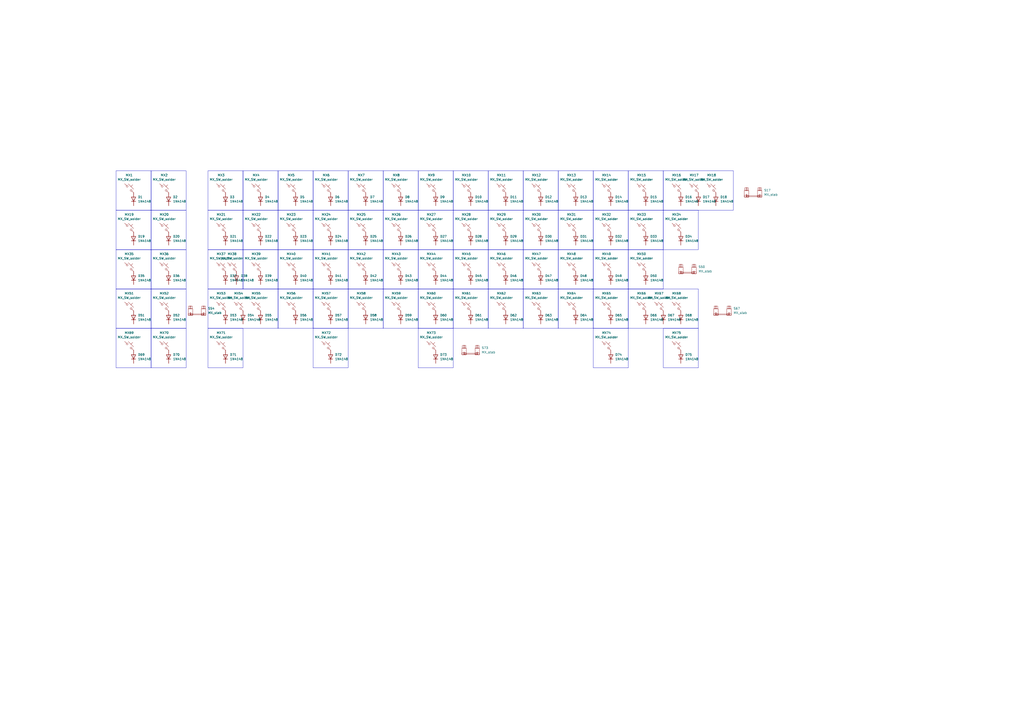
<source format=kicad_sch>
(kicad_sch (version 20250114) (generator "eeschema") (generator_version "9.0")
  (paper "A2")
  (rectangle (start 87.63 144.78) (end 107.95 167.64))
  (rectangle (start 120.65 190.5) (end 140.97 213.36))
  (rectangle (start 67.31 99.06) (end 87.63 121.92))
  (rectangle (start 242.57 190.5) (end 262.89 213.36))
  (rectangle (start 140.97 121.92) (end 161.29 144.78))
  (rectangle (start 262.89 99.06) (end 283.21 121.92))
  (rectangle (start 201.93 167.64) (end 222.25 190.5))
  (rectangle (start 67.31 167.64) (end 87.63 190.5))
  (rectangle (start 364.49 121.92) (end 384.81 144.78))
  (rectangle (start 120.65 121.92) (end 140.97 144.78))
  (rectangle (start 120.65 144.78) (end 140.97 167.64))
  (rectangle (start 262.89 144.78) (end 283.21 167.64))
  (rectangle (start 344.17 190.5) (end 364.49 213.36))
  (rectangle (start 87.63 121.92) (end 107.95 144.78))
  (rectangle (start 201.93 121.92) (end 222.25 144.78))
  (rectangle (start 283.21 167.64) (end 303.53 190.5))
  (rectangle (start 364.49 167.64) (end 405.13 190.5))
  (rectangle (start 303.53 167.64) (end 323.85 190.5))
  (rectangle (start 201.93 144.78) (end 222.25 167.64))
  (rectangle (start 222.25 99.06) (end 242.57 121.92))
  (rectangle (start 344.17 144.78) (end 364.49 167.64))
  (rectangle (start 323.85 144.78) (end 344.17 167.64))
  (rectangle (start 344.17 167.64) (end 364.49 190.5))
  (rectangle (start 384.81 190.5) (end 405.13 213.36))
  (rectangle (start 161.29 99.06) (end 181.61 121.92))
  (rectangle (start 384.81 99.06) (end 425.45 121.92))
  (rectangle (start 303.53 144.78) (end 323.85 167.64))
  (rectangle (start 140.97 99.06) (end 161.29 121.92))
  (rectangle (start 161.29 167.64) (end 181.61 190.5))
  (rectangle (start 242.57 167.64) (end 262.89 190.5))
  (rectangle (start 242.57 144.78) (end 262.89 167.64))
  (rectangle (start 87.63 190.5) (end 107.95 213.36))
  (rectangle (start 181.61 167.64) (end 201.93 190.5))
  (rectangle (start 120.65 167.64) (end 161.29 190.5))
  (rectangle (start 344.17 99.06) (end 364.49 121.92))
  (rectangle (start 242.57 121.92) (end 262.89 144.78))
  (rectangle (start 67.31 190.5) (end 87.63 213.36))
  (rectangle (start 384.81 121.92) (end 405.13 144.78))
  (rectangle (start 67.31 144.78) (end 87.63 167.64))
  (rectangle (start 201.93 99.06) (end 222.25 121.92))
  (rectangle (start 323.85 99.06) (end 344.17 121.92))
  (rectangle (start 364.49 144.78) (end 384.81 167.64))
  (rectangle (start 87.63 167.64) (end 107.95 190.5))
  (rectangle (start 181.61 190.5) (end 201.93 213.36))
  (rectangle (start 181.61 121.92) (end 201.93 144.78))
  (rectangle (start 344.17 121.92) (end 364.49 144.78))
  (rectangle (start 262.89 167.64) (end 283.21 190.5))
  (rectangle (start 181.61 144.78) (end 201.93 167.64))
  (rectangle (start 181.61 99.06) (end 201.93 121.92))
  (rectangle (start 283.21 121.92) (end 303.53 144.78))
  (rectangle (start 283.21 144.78) (end 303.53 167.64))
  (rectangle (start 161.29 144.78) (end 181.61 167.64))
  (rectangle (start 120.65 99.06) (end 140.97 121.92))
  (rectangle (start 242.57 99.06) (end 262.89 121.92))
  (rectangle (start 323.85 121.92) (end 344.17 144.78))
  (rectangle (start 323.85 167.64) (end 344.17 190.5))
  (rectangle (start 283.21 99.06) (end 303.53 121.92))
  (rectangle (start 222.25 167.64) (end 242.57 190.5))
  (rectangle (start 303.53 99.06) (end 323.85 121.92))
  (rectangle (start 262.89 121.92) (end 283.21 144.78))
  (rectangle (start 222.25 121.92) (end 242.57 144.78))
  (rectangle (start 140.97 144.78) (end 161.29 167.64))
  (rectangle (start 161.29 121.92) (end 181.61 144.78))
  (rectangle (start 303.53 121.92) (end 323.85 144.78))
  (rectangle (start 364.49 99.06) (end 384.81 121.92))
  (rectangle (start 222.25 144.78) (end 242.57 167.64))
  (rectangle (start 67.31 121.92) (end 87.63 144.78))
  (rectangle (start 87.63 99.06) (end 107.95 121.92))
  (symbol (lib_id "PCM_marbastlib-mx:MX_SW_solder") (at 148.59 132.08 0) (unit 1)
    (property "Reference" "MX22" (at 148.59 124.46 0))
    (property "Value" "MX_SW_solder" (at 148.59 127 0))
    (property "Footprint" "My-Fi Footprints:SW_MX_1u" (effects (hide yes)))
    (property "Description" "Push button switch, normally open, two pins, 45° tilted" (effects (hide yes)))
  )
  (symbol (lib_id "Device:D") (at 394.97 207.01 90) (unit 1)
    (property "Reference" "D75" (at 397.51 205.7399 90) (effects (justify right)))
    (property "Value" "1N4148" (at 397.51 208.2799 90) (effects (justify right)))
    (property "Footprint" "Diode_SMD:D_SOD-323_HandSoldering" (effects (hide yes)))
    (property "Description" "Diode" (effects (hide yes)))
    (property "Sim.Device" "D" (effects (hide yes)))
    (property "Sim.Pins" "1=K 2=A" (effects (hide yes)))
  )
  (symbol (lib_id "Device:D") (at 212.09 115.57 90) (unit 1)
    (property "Reference" "D7" (at 214.63 114.2999 90) (effects (justify right)))
    (property "Value" "1N4148" (at 214.63 116.8399 90) (effects (justify right)))
    (property "Footprint" "Diode_SMD:D_SOD-323_HandSoldering" (effects (hide yes)))
    (property "Description" "Diode" (effects (hide yes)))
    (property "Sim.Device" "D" (effects (hide yes)))
    (property "Sim.Pins" "1=K 2=A" (effects (hide yes)))
  )
  (symbol (lib_id "PCM_marbastlib-mx:MX_SW_solder") (at 250.19 154.94 0) (unit 1)
    (property "Reference" "MX44" (at 250.19 147.32 0))
    (property "Value" "MX_SW_solder" (at 250.19 149.86 0))
    (property "Footprint" "My-Fi Footprints:SW_MX_1u" (effects (hide yes)))
    (property "Description" "Push button switch, normally open, two pins, 45° tilted" (effects (hide yes)))
  )
  (symbol (lib_id "Device:D") (at 313.69 138.43 90) (unit 1)
    (property "Reference" "D30" (at 316.23 137.1599 90) (effects (justify right)))
    (property "Value" "1N4148" (at 316.23 139.6999 90) (effects (justify right)))
    (property "Footprint" "Diode_SMD:D_SOD-323_HandSoldering" (effects (hide yes)))
    (property "Description" "Diode" (effects (hide yes)))
    (property "Sim.Device" "D" (effects (hide yes)))
    (property "Sim.Pins" "1=K 2=A" (effects (hide yes)))
  )
  (symbol (lib_id "Device:D") (at 171.45 161.29 90) (unit 1)
    (property "Reference" "D40" (at 173.99 160.0199 90) (effects (justify right)))
    (property "Value" "1N4148" (at 173.99 162.5599 90) (effects (justify right)))
    (property "Footprint" "Diode_SMD:D_SOD-323_HandSoldering" (effects (hide yes)))
    (property "Description" "Diode" (effects (hide yes)))
    (property "Sim.Device" "D" (effects (hide yes)))
    (property "Sim.Pins" "1=K 2=A" (effects (hide yes)))
  )
  (symbol (lib_id "PCM_marbastlib-mx:MX_SW_solder") (at 128.27 109.22 0) (unit 1)
    (property "Reference" "MX3" (at 128.27 101.6 0))
    (property "Value" "MX_SW_solder" (at 128.27 104.14 0))
    (property "Footprint" "My-Fi Footprints:SW_MX_1u" (effects (hide yes)))
    (property "Description" "Push button switch, normally open, two pins, 45° tilted" (effects (hide yes)))
  )
  (symbol (lib_id "PCM_marbastlib-mx:MX_SW_solder") (at 270.51 109.22 0) (unit 1)
    (property "Reference" "MX10" (at 270.51 101.6 0))
    (property "Value" "MX_SW_solder" (at 270.51 104.14 0))
    (property "Footprint" "My-Fi Footprints:SW_MX_1u" (effects (hide yes)))
    (property "Description" "Push button switch, normally open, two pins, 45° tilted" (effects (hide yes)))
  )
  (symbol (lib_id "PCM_marbastlib-mx:MX_SW_solder") (at 331.47 154.94 0) (unit 1)
    (property "Reference" "MX48" (at 331.47 147.32 0))
    (property "Value" "MX_SW_solder" (at 331.47 149.86 0))
    (property "Footprint" "My-Fi Footprints:SW_MX_1u" (effects (hide yes)))
    (property "Description" "Push button switch, normally open, two pins, 45° tilted" (effects (hide yes)))
  )
  (symbol (lib_id "PCM_marbastlib-mx:MX_SW_solder") (at 74.93 132.08 0) (unit 1)
    (property "Reference" "MX19" (at 74.93 124.46 0))
    (property "Value" "MX_SW_solder" (at 74.93 127 0))
    (property "Footprint" "My-Fi Footprints:SW_MX_1u" (effects (hide yes)))
    (property "Description" "Push button switch, normally open, two pins, 45° tilted" (effects (hide yes)))
  )
  (symbol (lib_id "Device:D") (at 334.01 138.43 90) (unit 1)
    (property "Reference" "D31" (at 336.55 137.1599 90) (effects (justify right)))
    (property "Value" "1N4148" (at 336.55 139.6999 90) (effects (justify right)))
    (property "Footprint" "Diode_SMD:D_SOD-323_HandSoldering" (effects (hide yes)))
    (property "Description" "Diode" (effects (hide yes)))
    (property "Sim.Device" "D" (effects (hide yes)))
    (property "Sim.Pins" "1=K 2=A" (effects (hide yes)))
  )
  (symbol (lib_id "PCM_marbastlib-mx:MX_SW_solder") (at 95.25 109.22 0) (unit 1)
    (property "Reference" "MX2" (at 95.25 101.6 0))
    (property "Value" "MX_SW_solder" (at 95.25 104.14 0))
    (property "Footprint" "My-Fi Footprints:SW_MX_1u" (effects (hide yes)))
    (property "Description" "Push button switch, normally open, two pins, 45° tilted" (effects (hide yes)))
  )
  (symbol (lib_id "Device:D") (at 293.37 184.15 90) (unit 1)
    (property "Reference" "D62" (at 295.91 182.8799 90) (effects (justify right)))
    (property "Value" "1N4148" (at 295.91 185.4199 90) (effects (justify right)))
    (property "Footprint" "Diode_SMD:D_SOD-323_HandSoldering" (effects (hide yes)))
    (property "Description" "Diode" (effects (hide yes)))
    (property "Sim.Device" "D" (effects (hide yes)))
    (property "Sim.Pins" "1=K 2=A" (effects (hide yes)))
  )
  (symbol (lib_id "PCM_marbastlib-mx:MX_SW_solder") (at 351.79 132.08 0) (unit 1)
    (property "Reference" "MX32" (at 351.79 124.46 0))
    (property "Value" "MX_SW_solder" (at 351.79 127 0))
    (property "Footprint" "My-Fi Footprints:SW_MX_1u" (effects (hide yes)))
    (property "Description" "Push button switch, normally open, two pins, 45° tilted" (effects (hide yes)))
  )
  (symbol (lib_id "PCM_marbastlib-mx:MX_SW_solder") (at 189.23 132.08 0) (unit 1)
    (property "Reference" "MX24" (at 189.23 124.46 0))
    (property "Value" "MX_SW_solder" (at 189.23 127 0))
    (property "Footprint" "My-Fi Footprints:SW_MX_1u" (effects (hide yes)))
    (property "Description" "Push button switch, normally open, two pins, 45° tilted" (effects (hide yes)))
  )
  (symbol (lib_id "PCM_marbastlib-mx:MX_SW_solder") (at 311.15 154.94 0) (unit 1)
    (property "Reference" "MX47" (at 311.15 147.32 0))
    (property "Value" "MX_SW_solder" (at 311.15 149.86 0))
    (property "Footprint" "My-Fi Footprints:SW_MX_1u" (effects (hide yes)))
    (property "Description" "Push button switch, normally open, two pins, 45° tilted" (effects (hide yes)))
  )
  (symbol (lib_id "Device:D") (at 130.81 207.01 90) (unit 1)
    (property "Reference" "D71" (at 133.35 205.7399 90) (effects (justify right)))
    (property "Value" "1N4148" (at 133.35 208.2799 90) (effects (justify right)))
    (property "Footprint" "Diode_SMD:D_SOD-323_HandSoldering" (effects (hide yes)))
    (property "Description" "Diode" (effects (hide yes)))
    (property "Sim.Device" "D" (effects (hide yes)))
    (property "Sim.Pins" "1=K 2=A" (effects (hide yes)))
  )
  (symbol (lib_id "Device:D") (at 77.47 161.29 90) (unit 1)
    (property "Reference" "D35" (at 80.01 160.0199 90) (effects (justify right)))
    (property "Value" "1N4148" (at 80.01 162.5599 90) (effects (justify right)))
    (property "Footprint" "Diode_SMD:D_SOD-323_HandSoldering" (effects (hide yes)))
    (property "Description" "Diode" (effects (hide yes)))
    (property "Sim.Device" "D" (effects (hide yes)))
    (property "Sim.Pins" "1=K 2=A" (effects (hide yes)))
  )
  (symbol (lib_id "Device:D") (at 171.45 115.57 90) (unit 1)
    (property "Reference" "D5" (at 173.99 114.2999 90) (effects (justify right)))
    (property "Value" "1N4148" (at 173.99 116.8399 90) (effects (justify right)))
    (property "Footprint" "Diode_SMD:D_SOD-323_HandSoldering" (effects (hide yes)))
    (property "Description" "Diode" (effects (hide yes)))
    (property "Sim.Device" "D" (effects (hide yes)))
    (property "Sim.Pins" "1=K 2=A" (effects (hide yes)))
  )
  (symbol (lib_id "Device:D") (at 130.81 138.43 90) (unit 1)
    (property "Reference" "D21" (at 133.35 137.1599 90) (effects (justify right)))
    (property "Value" "1N4148" (at 133.35 139.6999 90) (effects (justify right)))
    (property "Footprint" "Diode_SMD:D_SOD-323_HandSoldering" (effects (hide yes)))
    (property "Description" "Diode" (effects (hide yes)))
    (property "Sim.Device" "D" (effects (hide yes)))
    (property "Sim.Pins" "1=K 2=A" (effects (hide yes)))
  )
  (symbol (lib_id "Device:D") (at 405.13 115.57 90) (unit 1)
    (property "Reference" "D17" (at 407.67 114.2999 90) (effects (justify right)))
    (property "Value" "1N4148" (at 407.67 116.8399 90) (effects (justify right)))
    (property "Footprint" "Diode_SMD:D_SOD-323_HandSoldering" (effects (hide yes)))
    (property "Description" "Diode" (effects (hide yes)))
    (property "Sim.Device" "D" (effects (hide yes)))
    (property "Sim.Pins" "1=K 2=A" (effects (hide yes)))
  )
  (symbol (lib_id "PCM_marbastlib-mx:MX_SW_solder") (at 250.19 109.22 0) (unit 1)
    (property "Reference" "MX9" (at 250.19 101.6 0))
    (property "Value" "MX_SW_solder" (at 250.19 104.14 0))
    (property "Footprint" "My-Fi Footprints:SW_MX_1u" (effects (hide yes)))
    (property "Description" "Push button switch, normally open, two pins, 45° tilted" (effects (hide yes)))
  )
  (symbol (lib_id "PCM_marbastlib-mx:MX_SW_solder") (at 189.23 177.8 0) (unit 1)
    (property "Reference" "MX57" (at 189.23 170.18 0))
    (property "Value" "MX_SW_solder" (at 189.23 172.72 0))
    (property "Footprint" "My-Fi Footprints:SW_MX_1u" (effects (hide yes)))
    (property "Description" "Push button switch, normally open, two pins, 45° tilted" (effects (hide yes)))
  )
  (symbol (lib_id "PCM_marbastlib-mx:MX_SW_solder") (at 372.11 154.94 0) (unit 1)
    (property "Reference" "MX50" (at 372.11 147.32 0))
    (property "Value" "MX_SW_solder" (at 372.11 149.86 0))
    (property "Footprint" "My-Fi Footprints:SW_MX_1u" (effects (hide yes)))
    (property "Description" "Push button switch, normally open, two pins, 45° tilted" (effects (hide yes)))
  )
  (symbol (lib_id "PCM_marbastlib-mx:MX_SW_solder") (at 290.83 132.08 0) (unit 1)
    (property "Reference" "MX29" (at 290.83 124.46 0))
    (property "Value" "MX_SW_solder" (at 290.83 127 0))
    (property "Footprint" "My-Fi Footprints:SW_MX_1u" (effects (hide yes)))
    (property "Description" "Push button switch, normally open, two pins, 45° tilted" (effects (hide yes)))
  )
  (symbol (lib_id "PCM_marbastlib-mx:MX_SW_solder") (at 311.15 109.22 0) (unit 1)
    (property "Reference" "MX12" (at 311.15 101.6 0))
    (property "Value" "MX_SW_solder" (at 311.15 104.14 0))
    (property "Footprint" "My-Fi Footprints:SW_MX_1u" (effects (hide yes)))
    (property "Description" "Push button switch, normally open, two pins, 45° tilted" (effects (hide yes)))
  )
  (symbol (lib_id "PCM_marbastlib-mx:MX_SW_solder") (at 250.19 177.8 0) (unit 1)
    (property "Reference" "MX60" (at 250.19 170.18 0))
    (property "Value" "MX_SW_solder" (at 250.19 172.72 0))
    (property "Footprint" "My-Fi Footprints:SW_MX_1u" (effects (hide yes)))
    (property "Description" "Push button switch, normally open, two pins, 45° tilted" (effects (hide yes)))
  )
  (symbol (lib_id "PCM_marbastlib-mx:MX_SW_solder") (at 128.27 177.8 0) (unit 1)
    (property "Reference" "MX53" (at 128.27 170.18 0))
    (property "Value" "MX_SW_solder" (at 128.27 172.72 0))
    (property "Footprint" "My-Fi Footprints:SW_MX_1u" (effects (hide yes)))
    (property "Description" "Push button switch, normally open, two pins, 45° tilted" (effects (hide yes)))
  )
  (symbol (lib_id "PCM_marbastlib-mx:MX_SW_solder") (at 392.43 200.66 0) (unit 1)
    (property "Reference" "MX75" (at 392.43 193.04 0))
    (property "Value" "MX_SW_solder" (at 392.43 195.58 0))
    (property "Footprint" "My-Fi Footprints:SW_MX_1.5u" (effects (hide yes)))
    (property "Description" "Push button switch, normally open, two pins, 45° tilted" (effects (hide yes)))
  )
  (symbol (lib_id "PCM_marbastlib-mx:MX_SW_solder") (at 128.27 132.08 0) (unit 1)
    (property "Reference" "MX21" (at 128.27 124.46 0))
    (property "Value" "MX_SW_solder" (at 128.27 127 0))
    (property "Footprint" "My-Fi Footprints:SW_MX_1.5u" (effects (hide yes)))
    (property "Description" "Push button switch, normally open, two pins, 45° tilted" (effects (hide yes)))
  )
  (symbol (lib_id "PCM_marbastlib-mx:MX_SW_solder") (at 128.27 200.66 0) (unit 1)
    (property "Reference" "MX71" (at 128.27 193.04 0))
    (property "Value" "MX_SW_solder" (at 128.27 195.58 0))
    (property "Footprint" "My-Fi Footprints:SW_MX_1.5u" (effects (hide yes)))
    (property "Description" "Push button switch, normally open, two pins, 45° tilted" (effects (hide yes)))
  )
  (symbol (lib_id "Device:D") (at 97.79 161.29 90) (unit 1)
    (property "Reference" "D36" (at 100.33 160.0199 90) (effects (justify right)))
    (property "Value" "1N4148" (at 100.33 162.5599 90) (effects (justify right)))
    (property "Footprint" "Diode_SMD:D_SOD-323_HandSoldering" (effects (hide yes)))
    (property "Description" "Diode" (effects (hide yes)))
    (property "Sim.Device" "D" (effects (hide yes)))
    (property "Sim.Pins" "1=K 2=A" (effects (hide yes)))
  )
  (symbol (lib_id "PCM_marbastlib-mx:MX_SW_solder") (at 290.83 109.22 0) (unit 1)
    (property "Reference" "MX11" (at 290.83 101.6 0))
    (property "Value" "MX_SW_solder" (at 290.83 104.14 0))
    (property "Footprint" "My-Fi Footprints:SW_MX_1u" (effects (hide yes)))
    (property "Description" "Push button switch, normally open, two pins, 45° tilted" (effects (hide yes)))
  )
  (symbol (lib_id "PCM_marbastlib-mx:MX_SW_solder") (at 74.93 177.8 0) (unit 1)
    (property "Reference" "MX51" (at 74.93 170.18 0))
    (property "Value" "MX_SW_solder" (at 74.93 172.72 0))
    (property "Footprint" "My-Fi Footprints:SW_MX_1u" (effects (hide yes)))
    (property "Description" "Push button switch, normally open, two pins, 45° tilted" (effects (hide yes)))
  )
  (symbol (lib_id "Device:D") (at 212.09 138.43 90) (unit 1)
    (property "Reference" "D25" (at 214.63 137.1599 90) (effects (justify right)))
    (property "Value" "1N4148" (at 214.63 139.6999 90) (effects (justify right)))
    (property "Footprint" "Diode_SMD:D_SOD-323_HandSoldering" (effects (hide yes)))
    (property "Description" "Diode" (effects (hide yes)))
    (property "Sim.Device" "D" (effects (hide yes)))
    (property "Sim.Pins" "1=K 2=A" (effects (hide yes)))
  )
  (symbol (lib_id "PCM_marbastlib-mx:MX_SW_solder") (at 351.79 177.8 0) (unit 1)
    (property "Reference" "MX65" (at 351.79 170.18 0))
    (property "Value" "MX_SW_solder" (at 351.79 172.72 0))
    (property "Footprint" "My-Fi Footprints:SW_MX_1u" (effects (hide yes)))
    (property "Description" "Push button switch, normally open, two pins, 45° tilted" (effects (hide yes)))
  )
  (symbol (lib_id "Device:D") (at 191.77 161.29 90) (unit 1)
    (property "Reference" "D41" (at 194.31 160.0199 90) (effects (justify right)))
    (property "Value" "1N4148" (at 194.31 162.5599 90) (effects (justify right)))
    (property "Footprint" "Diode_SMD:D_SOD-323_HandSoldering" (effects (hide yes)))
    (property "Description" "Diode" (effects (hide yes)))
    (property "Sim.Device" "D" (effects (hide yes)))
    (property "Sim.Pins" "1=K 2=A" (effects (hide yes)))
  )
  (symbol (lib_id "PCM_marbastlib-mx:MX_stab") (at 419.1 180.34 0) (unit 1)
    (property "Reference" "S67" (at 425.45 178.9429 0) (effects (justify left)))
    (property "Value" "MX_stab" (at 425.45 181.4829 0) (effects (justify left)))
    (property "Footprint" "My-Fi Footprints:STAB_MX_2.75u" (effects (hide yes)))
    (property "Description" "Cherry MX-style stabilizer" (effects (hide yes)))
  )
  (symbol (lib_id "Device:D") (at 77.47 115.57 90) (unit 1)
    (property "Reference" "D1" (at 80.01 114.2999 90) (effects (justify right)))
    (property "Value" "1N4148" (at 80.01 116.8399 90) (effects (justify right)))
    (property "Footprint" "Diode_SMD:D_SOD-323_HandSoldering" (effects (hide yes)))
    (property "Description" "Diode" (effects (hide yes)))
    (property "Sim.Device" "D" (effects (hide yes)))
    (property "Sim.Pins" "1=K 2=A" (effects (hide yes)))
  )
  (symbol (lib_id "PCM_marbastlib-mx:MX_stab") (at 273.05 203.2 0) (unit 1)
    (property "Reference" "S73" (at 279.4 201.8029 0) (effects (justify left)))
    (property "Value" "MX_stab" (at 279.4 204.3429 0) (effects (justify left)))
    (property "Footprint" "My-Fi Footprints:STAB_MX_7u" (effects (hide yes)))
    (property "Description" "Cherry MX-style stabilizer" (effects (hide yes)))
  )
  (symbol (lib_id "Device:D") (at 130.81 161.29 90) (unit 1)
    (property "Reference" "D37" (at 133.35 160.0199 90) (effects (justify right)))
    (property "Value" "1N4148" (at 133.35 162.5599 90) (effects (justify right)))
    (property "Footprint" "Diode_SMD:D_SOD-323_HandSoldering" (effects (hide yes)))
    (property "Description" "Diode" (effects (hide yes)))
    (property "Sim.Device" "D" (effects (hide yes)))
    (property "Sim.Pins" "1=K 2=A" (effects (hide yes)))
  )
  (symbol (lib_id "Device:D") (at 313.69 184.15 90) (unit 1)
    (property "Reference" "D63" (at 316.23 182.8799 90) (effects (justify right)))
    (property "Value" "1N4148" (at 316.23 185.4199 90) (effects (justify right)))
    (property "Footprint" "Diode_SMD:D_SOD-323_HandSoldering" (effects (hide yes)))
    (property "Description" "Diode" (effects (hide yes)))
    (property "Sim.Device" "D" (effects (hide yes)))
    (property "Sim.Pins" "1=K 2=A" (effects (hide yes)))
  )
  (symbol (lib_id "PCM_marbastlib-mx:MX_SW_solder") (at 95.25 132.08 0) (unit 1)
    (property "Reference" "MX20" (at 95.25 124.46 0))
    (property "Value" "MX_SW_solder" (at 95.25 127 0))
    (property "Footprint" "My-Fi Footprints:SW_MX_1u" (effects (hide yes)))
    (property "Description" "Push button switch, normally open, two pins, 45° tilted" (effects (hide yes)))
  )
  (symbol (lib_id "Device:D") (at 191.77 115.57 90) (unit 1)
    (property "Reference" "D6" (at 194.31 114.2999 90) (effects (justify right)))
    (property "Value" "1N4148" (at 194.31 116.8399 90) (effects (justify right)))
    (property "Footprint" "Diode_SMD:D_SOD-323_HandSoldering" (effects (hide yes)))
    (property "Description" "Diode" (effects (hide yes)))
    (property "Sim.Device" "D" (effects (hide yes)))
    (property "Sim.Pins" "1=K 2=A" (effects (hide yes)))
  )
  (symbol (lib_id "PCM_marbastlib-mx:MX_stab") (at 436.88 111.76 0) (unit 1)
    (property "Reference" "S17" (at 443.23 110.3629 0) (effects (justify left)))
    (property "Value" "MX_stab" (at 443.23 112.9029 0) (effects (justify left)))
    (property "Footprint" "My-Fi Footprints:STAB_MX_2u" (effects (hide yes)))
    (property "Description" "Cherry MX-style stabilizer" (effects (hide yes)))
  )
  (symbol (lib_id "Device:D") (at 97.79 184.15 90) (unit 1)
    (property "Reference" "D52" (at 100.33 182.8799 90) (effects (justify right)))
    (property "Value" "1N4148" (at 100.33 185.4199 90) (effects (justify right)))
    (property "Footprint" "Diode_SMD:D_SOD-323_HandSoldering" (effects (hide yes)))
    (property "Description" "Diode" (effects (hide yes)))
    (property "Sim.Device" "D" (effects (hide yes)))
    (property "Sim.Pins" "1=K 2=A" (effects (hide yes)))
  )
  (symbol (lib_id "Device:D") (at 252.73 207.01 90) (unit 1)
    (property "Reference" "D73" (at 255.27 205.7399 90) (effects (justify right)))
    (property "Value" "1N4148" (at 255.27 208.2799 90) (effects (justify right)))
    (property "Footprint" "Diode_SMD:D_SOD-323_HandSoldering" (effects (hide yes)))
    (property "Description" "Diode" (effects (hide yes)))
    (property "Sim.Device" "D" (effects (hide yes)))
    (property "Sim.Pins" "1=K 2=A" (effects (hide yes)))
  )
  (symbol (lib_id "PCM_marbastlib-mx:MX_SW_solder") (at 331.47 132.08 0) (unit 1)
    (property "Reference" "MX31" (at 331.47 124.46 0))
    (property "Value" "MX_SW_solder" (at 331.47 127 0))
    (property "Footprint" "My-Fi Footprints:SW_MX_1u" (effects (hide yes)))
    (property "Description" "Push button switch, normally open, two pins, 45° tilted" (effects (hide yes)))
  )
  (symbol (lib_id "PCM_marbastlib-mx:MX_SW_solder") (at 250.19 200.66 0) (unit 1)
    (property "Reference" "MX73" (at 250.19 193.04 0))
    (property "Value" "MX_SW_solder" (at 250.19 195.58 0))
    (property "Footprint" "My-Fi Footprints:SW_MX_1u" (effects (hide yes)))
    (property "Description" "Push button switch, normally open, two pins, 45° tilted" (effects (hide yes)))
  )
  (symbol (lib_id "Device:D") (at 171.45 138.43 90) (unit 1)
    (property "Reference" "D23" (at 173.99 137.1599 90) (effects (justify right)))
    (property "Value" "1N4148" (at 173.99 139.6999 90) (effects (justify right)))
    (property "Footprint" "Diode_SMD:D_SOD-323_HandSoldering" (effects (hide yes)))
    (property "Description" "Diode" (effects (hide yes)))
    (property "Sim.Device" "D" (effects (hide yes)))
    (property "Sim.Pins" "1=K 2=A" (effects (hide yes)))
  )
  (symbol (lib_id "PCM_marbastlib-mx:MX_SW_solder") (at 372.11 132.08 0) (unit 1)
    (property "Reference" "MX33" (at 372.11 124.46 0))
    (property "Value" "MX_SW_solder" (at 372.11 127 0))
    (property "Footprint" "My-Fi Footprints:SW_MX_1u" (effects (hide yes)))
    (property "Description" "Push button switch, normally open, two pins, 45° tilted" (effects (hide yes)))
  )
  (symbol (lib_id "Device:D") (at 252.73 138.43 90) (unit 1)
    (property "Reference" "D27" (at 255.27 137.1599 90) (effects (justify right)))
    (property "Value" "1N4148" (at 255.27 139.6999 90) (effects (justify right)))
    (property "Footprint" "Diode_SMD:D_SOD-323_HandSoldering" (effects (hide yes)))
    (property "Description" "Diode" (effects (hide yes)))
    (property "Sim.Device" "D" (effects (hide yes)))
    (property "Sim.Pins" "1=K 2=A" (effects (hide yes)))
  )
  (symbol (lib_id "Device:D") (at 212.09 184.15 90) (unit 1)
    (property "Reference" "D58" (at 214.63 182.8799 90) (effects (justify right)))
    (property "Value" "1N4148" (at 214.63 185.4199 90) (effects (justify right)))
    (property "Footprint" "Diode_SMD:D_SOD-323_HandSoldering" (effects (hide yes)))
    (property "Description" "Diode" (effects (hide yes)))
    (property "Sim.Device" "D" (effects (hide yes)))
    (property "Sim.Pins" "1=K 2=A" (effects (hide yes)))
  )
  (symbol (lib_id "PCM_marbastlib-mx:MX_SW_solder") (at 168.91 154.94 0) (unit 1)
    (property "Reference" "MX40" (at 168.91 147.32 0))
    (property "Value" "MX_SW_solder" (at 168.91 149.86 0))
    (property "Footprint" "My-Fi Footprints:SW_MX_1u" (effects (hide yes)))
    (property "Description" "Push button switch, normally open, two pins, 45° tilted" (effects (hide yes)))
  )
  (symbol (lib_id "PCM_marbastlib-mx:MX_SW_solder") (at 351.79 200.66 0) (unit 1)
    (property "Reference" "MX74" (at 351.79 193.04 0))
    (property "Value" "MX_SW_solder" (at 351.79 195.58 0))
    (property "Footprint" "My-Fi Footprints:SW_MX_1.5u" (effects (hide yes)))
    (property "Description" "Push button switch, normally open, two pins, 45° tilted" (effects (hide yes)))
  )
  (symbol (lib_id "Device:D") (at 151.13 184.15 90) (unit 1)
    (property "Reference" "D55" (at 153.67 182.8799 90) (effects (justify right)))
    (property "Value" "1N4148" (at 153.67 185.4199 90) (effects (justify right)))
    (property "Footprint" "Diode_SMD:D_SOD-323_HandSoldering" (effects (hide yes)))
    (property "Description" "Diode" (effects (hide yes)))
    (property "Sim.Device" "D" (effects (hide yes)))
    (property "Sim.Pins" "1=K 2=A" (effects (hide yes)))
  )
  (symbol (lib_id "Device:D") (at 77.47 138.43 90) (unit 1)
    (property "Reference" "D19" (at 80.01 137.1599 90) (effects (justify right)))
    (property "Value" "1N4148" (at 80.01 139.6999 90) (effects (justify right)))
    (property "Footprint" "Diode_SMD:D_SOD-323_HandSoldering" (effects (hide yes)))
    (property "Description" "Diode" (effects (hide yes)))
    (property "Sim.Device" "D" (effects (hide yes)))
    (property "Sim.Pins" "1=K 2=A" (effects (hide yes)))
  )
  (symbol (lib_id "Device:D") (at 232.41 115.57 90) (unit 1)
    (property "Reference" "D8" (at 234.95 114.2999 90) (effects (justify right)))
    (property "Value" "1N4148" (at 234.95 116.8399 90) (effects (justify right)))
    (property "Footprint" "Diode_SMD:D_SOD-323_HandSoldering" (effects (hide yes)))
    (property "Description" "Diode" (effects (hide yes)))
    (property "Sim.Device" "D" (effects (hide yes)))
    (property "Sim.Pins" "1=K 2=A" (effects (hide yes)))
  )
  (symbol (lib_id "Device:D") (at 354.33 138.43 90) (unit 1)
    (property "Reference" "D32" (at 356.87 137.1599 90) (effects (justify right)))
    (property "Value" "1N4148" (at 356.87 139.6999 90) (effects (justify right)))
    (property "Footprint" "Diode_SMD:D_SOD-323_HandSoldering" (effects (hide yes)))
    (property "Description" "Diode" (effects (hide yes)))
    (property "Sim.Device" "D" (effects (hide yes)))
    (property "Sim.Pins" "1=K 2=A" (effects (hide yes)))
  )
  (symbol (lib_id "Device:D") (at 415.29 115.57 90) (unit 1)
    (property "Reference" "D18" (at 417.83 114.2999 90) (effects (justify right)))
    (property "Value" "1N4148" (at 417.83 116.8399 90) (effects (justify right)))
    (property "Footprint" "Diode_SMD:D_SOD-323_HandSoldering" (effects (hide yes)))
    (property "Description" "Diode" (effects (hide yes)))
    (property "Sim.Device" "D" (effects (hide yes)))
    (property "Sim.Pins" "1=K 2=A" (effects (hide yes)))
  )
  (symbol (lib_id "Device:D") (at 151.13 138.43 90) (unit 1)
    (property "Reference" "D22" (at 153.67 137.1599 90) (effects (justify right)))
    (property "Value" "1N4148" (at 153.67 139.6999 90) (effects (justify right)))
    (property "Footprint" "Diode_SMD:D_SOD-323_HandSoldering" (effects (hide yes)))
    (property "Description" "Diode" (effects (hide yes)))
    (property "Sim.Device" "D" (effects (hide yes)))
    (property "Sim.Pins" "1=K 2=A" (effects (hide yes)))
  )
  (symbol (lib_id "PCM_marbastlib-mx:MX_SW_solder") (at 229.87 177.8 0) (unit 1)
    (property "Reference" "MX59" (at 229.87 170.18 0))
    (property "Value" "MX_SW_solder" (at 229.87 172.72 0))
    (property "Footprint" "My-Fi Footprints:SW_MX_1u" (effects (hide yes)))
    (property "Description" "Push button switch, normally open, two pins, 45° tilted" (effects (hide yes)))
  )
  (symbol (lib_id "PCM_marbastlib-mx:MX_SW_solder") (at 138.43 177.8 0) (unit 1)
    (property "Reference" "MX54" (at 138.43 170.18 0))
    (property "Value" "MX_SW_solder" (at 138.43 172.72 0))
    (property "Footprint" "My-Fi Footprints:SW_MX_1u" (effects (hide yes)))
    (property "Description" "Push button switch, normally open, two pins, 45° tilted" (effects (hide yes)))
  )
  (symbol (lib_id "Device:D") (at 334.01 184.15 90) (unit 1)
    (property "Reference" "D64" (at 336.55 182.8799 90) (effects (justify right)))
    (property "Value" "1N4148" (at 336.55 185.4199 90) (effects (justify right)))
    (property "Footprint" "Diode_SMD:D_SOD-323_HandSoldering" (effects (hide yes)))
    (property "Description" "Diode" (effects (hide yes)))
    (property "Sim.Device" "D" (effects (hide yes)))
    (property "Sim.Pins" "1=K 2=A" (effects (hide yes)))
  )
  (symbol (lib_id "PCM_marbastlib-mx:MX_SW_solder") (at 209.55 132.08 0) (unit 1)
    (property "Reference" "MX25" (at 209.55 124.46 0))
    (property "Value" "MX_SW_solder" (at 209.55 127 0))
    (property "Footprint" "My-Fi Footprints:SW_MX_1u" (effects (hide yes)))
    (property "Description" "Push button switch, normally open, two pins, 45° tilted" (effects (hide yes)))
  )
  (symbol (lib_id "Device:D") (at 354.33 207.01 90) (unit 1)
    (property "Reference" "D74" (at 356.87 205.7399 90) (effects (justify right)))
    (property "Value" "1N4148" (at 356.87 208.2799 90) (effects (justify right)))
    (property "Footprint" "Diode_SMD:D_SOD-323_HandSoldering" (effects (hide yes)))
    (property "Description" "Diode" (effects (hide yes)))
    (property "Sim.Device" "D" (effects (hide yes)))
    (property "Sim.Pins" "1=K 2=A" (effects (hide yes)))
  )
  (symbol (lib_id "Device:D") (at 374.65 138.43 90) (unit 1)
    (property "Reference" "D33" (at 377.19 137.1599 90) (effects (justify right)))
    (property "Value" "1N4148" (at 377.19 139.6999 90) (effects (justify right)))
    (property "Footprint" "Diode_SMD:D_SOD-323_HandSoldering" (effects (hide yes)))
    (property "Description" "Diode" (effects (hide yes)))
    (property "Sim.Device" "D" (effects (hide yes)))
    (property "Sim.Pins" "1=K 2=A" (effects (hide yes)))
  )
  (symbol (lib_id "Device:D") (at 273.05 115.57 90) (unit 1)
    (property "Reference" "D10" (at 275.59 114.2999 90) (effects (justify right)))
    (property "Value" "1N4148" (at 275.59 116.8399 90) (effects (justify right)))
    (property "Footprint" "Diode_SMD:D_SOD-323_HandSoldering" (effects (hide yes)))
    (property "Description" "Diode" (effects (hide yes)))
    (property "Sim.Device" "D" (effects (hide yes)))
    (property "Sim.Pins" "1=K 2=A" (effects (hide yes)))
  )
  (symbol (lib_id "PCM_marbastlib-mx:MX_SW_solder") (at 148.59 154.94 0) (unit 1)
    (property "Reference" "MX39" (at 148.59 147.32 0))
    (property "Value" "MX_SW_solder" (at 148.59 149.86 0))
    (property "Footprint" "My-Fi Footprints:SW_MX_1u" (effects (hide yes)))
    (property "Description" "Push button switch, normally open, two pins, 45° tilted" (effects (hide yes)))
  )
  (symbol (lib_id "Device:D") (at 313.69 161.29 90) (unit 1)
    (property "Reference" "D47" (at 316.23 160.0199 90) (effects (justify right)))
    (property "Value" "1N4148" (at 316.23 162.5599 90) (effects (justify right)))
    (property "Footprint" "Diode_SMD:D_SOD-323_HandSoldering" (effects (hide yes)))
    (property "Description" "Diode" (effects (hide yes)))
    (property "Sim.Device" "D" (effects (hide yes)))
    (property "Sim.Pins" "1=K 2=A" (effects (hide yes)))
  )
  (symbol (lib_id "PCM_marbastlib-mx:MX_SW_solder") (at 331.47 177.8 0) (unit 1)
    (property "Reference" "MX64" (at 331.47 170.18 0))
    (property "Value" "MX_SW_solder" (at 331.47 172.72 0))
    (property "Footprint" "My-Fi Footprints:SW_MX_1u" (effects (hide yes)))
    (property "Description" "Push button switch, normally open, two pins, 45° tilted" (effects (hide yes)))
  )
  (symbol (lib_id "Device:D") (at 130.81 115.57 90) (unit 1)
    (property "Reference" "D3" (at 133.35 114.2999 90) (effects (justify right)))
    (property "Value" "1N4148" (at 133.35 116.8399 90) (effects (justify right)))
    (property "Footprint" "Diode_SMD:D_SOD-323_HandSoldering" (effects (hide yes)))
    (property "Description" "Diode" (effects (hide yes)))
    (property "Sim.Device" "D" (effects (hide yes)))
    (property "Sim.Pins" "1=K 2=A" (effects (hide yes)))
  )
  (symbol (lib_id "PCM_marbastlib-mx:MX_SW_solder") (at 372.11 177.8 0) (unit 1)
    (property "Reference" "MX66" (at 372.11 170.18 0))
    (property "Value" "MX_SW_solder" (at 372.11 172.72 0))
    (property "Footprint" "My-Fi Footprints:SW_MX_1.75u" (effects (hide yes)))
    (property "Description" "Push button switch, normally open, two pins, 45° tilted" (effects (hide yes)))
  )
  (symbol (lib_id "Device:D") (at 374.65 184.15 90) (unit 1)
    (property "Reference" "D66" (at 377.19 182.8799 90) (effects (justify right)))
    (property "Value" "1N4148" (at 377.19 185.4199 90) (effects (justify right)))
    (property "Footprint" "Diode_SMD:D_SOD-323_HandSoldering" (effects (hide yes)))
    (property "Description" "Diode" (effects (hide yes)))
    (property "Sim.Device" "D" (effects (hide yes)))
    (property "Sim.Pins" "1=K 2=A" (effects (hide yes)))
  )
  (symbol (lib_id "PCM_marbastlib-mx:MX_SW_solder") (at 95.25 200.66 0) (unit 1)
    (property "Reference" "MX70" (at 95.25 193.04 0))
    (property "Value" "MX_SW_solder" (at 95.25 195.58 0))
    (property "Footprint" "My-Fi Footprints:SW_MX_1u" (effects (hide yes)))
    (property "Description" "Push button switch, normally open, two pins, 45° tilted" (effects (hide yes)))
  )
  (symbol (lib_id "Device:D") (at 232.41 138.43 90) (unit 1)
    (property "Reference" "D26" (at 234.95 137.1599 90) (effects (justify right)))
    (property "Value" "1N4148" (at 234.95 139.6999 90) (effects (justify right)))
    (property "Footprint" "Diode_SMD:D_SOD-323_HandSoldering" (effects (hide yes)))
    (property "Description" "Diode" (effects (hide yes)))
    (property "Sim.Device" "D" (effects (hide yes)))
    (property "Sim.Pins" "1=K 2=A" (effects (hide yes)))
  )
  (symbol (lib_id "PCM_marbastlib-mx:MX_SW_solder") (at 311.15 177.8 0) (unit 1)
    (property "Reference" "MX63" (at 311.15 170.18 0))
    (property "Value" "MX_SW_solder" (at 311.15 172.72 0))
    (property "Footprint" "My-Fi Footprints:SW_MX_1u" (effects (hide yes)))
    (property "Description" "Push button switch, normally open, two pins, 45° tilted" (effects (hide yes)))
  )
  (symbol (lib_id "PCM_marbastlib-mx:MX_SW_solder") (at 209.55 177.8 0) (unit 1)
    (property "Reference" "MX58" (at 209.55 170.18 0))
    (property "Value" "MX_SW_solder" (at 209.55 172.72 0))
    (property "Footprint" "My-Fi Footprints:SW_MX_1u" (effects (hide yes)))
    (property "Description" "Push button switch, normally open, two pins, 45° tilted" (effects (hide yes)))
  )
  (symbol (lib_id "PCM_marbastlib-mx:MX_SW_solder") (at 270.51 132.08 0) (unit 1)
    (property "Reference" "MX28" (at 270.51 124.46 0))
    (property "Value" "MX_SW_solder" (at 270.51 127 0))
    (property "Footprint" "My-Fi Footprints:SW_MX_1u" (effects (hide yes)))
    (property "Description" "Push button switch, normally open, two pins, 45° tilted" (effects (hide yes)))
  )
  (symbol (lib_id "PCM_marbastlib-mx:MX_SW_solder") (at 270.51 177.8 0) (unit 1)
    (property "Reference" "MX61" (at 270.51 170.18 0))
    (property "Value" "MX_SW_solder" (at 270.51 172.72 0))
    (property "Footprint" "My-Fi Footprints:SW_MX_1u" (effects (hide yes)))
    (property "Description" "Push button switch, normally open, two pins, 45° tilted" (effects (hide yes)))
  )
  (symbol (lib_id "Device:D") (at 137.16 161.29 90) (unit 1)
    (property "Reference" "D38" (at 139.7 160.0199 90) (effects (justify right)))
    (property "Value" "1N4148" (at 139.7 162.5599 90) (effects (justify right)))
    (property "Footprint" "Diode_SMD:D_SOD-323_HandSoldering" (effects (hide yes)))
    (property "Description" "Diode" (effects (hide yes)))
    (property "Sim.Device" "D" (effects (hide yes)))
    (property "Sim.Pins" "1=K 2=A" (effects (hide yes)))
  )
  (symbol (lib_id "PCM_marbastlib-mx:MX_SW_solder") (at 189.23 200.66 0) (unit 1)
    (property "Reference" "MX72" (at 189.23 193.04 0))
    (property "Value" "MX_SW_solder" (at 189.23 195.58 0))
    (property "Footprint" "My-Fi Footprints:SW_MX_1.5u" (effects (hide yes)))
    (property "Description" "Push button switch, normally open, two pins, 45° tilted" (effects (hide yes)))
  )
  (symbol (lib_id "Device:D") (at 151.13 115.57 90) (unit 1)
    (property "Reference" "D4" (at 153.67 114.2999 90) (effects (justify right)))
    (property "Value" "1N4148" (at 153.67 116.8399 90) (effects (justify right)))
    (property "Footprint" "Diode_SMD:D_SOD-323_HandSoldering" (effects (hide yes)))
    (property "Description" "Diode" (effects (hide yes)))
    (property "Sim.Device" "D" (effects (hide yes)))
    (property "Sim.Pins" "1=K 2=A" (effects (hide yes)))
  )
  (symbol (lib_id "PCM_marbastlib-mx:MX_SW_solder") (at 168.91 132.08 0) (unit 1)
    (property "Reference" "MX23" (at 168.91 124.46 0))
    (property "Value" "MX_SW_solder" (at 168.91 127 0))
    (property "Footprint" "My-Fi Footprints:SW_MX_1u" (effects (hide yes)))
    (property "Description" "Push button switch, normally open, two pins, 45° tilted" (effects (hide yes)))
  )
  (symbol (lib_id "Device:D") (at 77.47 184.15 90) (unit 1)
    (property "Reference" "D51" (at 80.01 182.8799 90) (effects (justify right)))
    (property "Value" "1N4148" (at 80.01 185.4199 90) (effects (justify right)))
    (property "Footprint" "Diode_SMD:D_SOD-323_HandSoldering" (effects (hide yes)))
    (property "Description" "Diode" (effects (hide yes)))
    (property "Sim.Device" "D" (effects (hide yes)))
    (property "Sim.Pins" "1=K 2=A" (effects (hide yes)))
  )
  (symbol (lib_id "Device:D") (at 354.33 161.29 90) (unit 1)
    (property "Reference" "D49" (at 356.87 160.0199 90) (effects (justify right)))
    (property "Value" "1N4148" (at 356.87 162.5599 90) (effects (justify right)))
    (property "Footprint" "Diode_SMD:D_SOD-323_HandSoldering" (effects (hide yes)))
    (property "Description" "Diode" (effects (hide yes)))
    (property "Sim.Device" "D" (effects (hide yes)))
    (property "Sim.Pins" "1=K 2=A" (effects (hide yes)))
  )
  (symbol (lib_id "PCM_marbastlib-mx:MX_SW_solder") (at 128.27 154.94 0) (unit 1)
    (property "Reference" "MX37" (at 128.27 147.32 0))
    (property "Value" "MX_SW_solder" (at 128.27 149.86 0))
    (property "Footprint" "My-Fi Footprints:SW_MX_1.75u_STP_1.25" (effects (hide yes)))
    (property "Description" "Push button switch, normally open, two pins, 45° tilted" (effects (hide yes)))
  )
  (symbol (lib_id "Device:D") (at 293.37 115.57 90) (unit 1)
    (property "Reference" "D11" (at 295.91 114.2999 90) (effects (justify right)))
    (property "Value" "1N4148" (at 295.91 116.8399 90) (effects (justify right)))
    (property "Footprint" "Diode_SMD:D_SOD-323_HandSoldering" (effects (hide yes)))
    (property "Description" "Diode" (effects (hide yes)))
    (property "Sim.Device" "D" (effects (hide yes)))
    (property "Sim.Pins" "1=K 2=A" (effects (hide yes)))
  )
  (symbol (lib_id "PCM_marbastlib-mx:MX_SW_solder") (at 74.93 109.22 0) (unit 1)
    (property "Reference" "MX1" (at 74.93 101.6 0))
    (property "Value" "MX_SW_solder" (at 74.93 104.14 0))
    (property "Footprint" "My-Fi Footprints:SW_MX_1u" (effects (hide yes)))
    (property "Description" "Push button switch, normally open, two pins, 45° tilted" (effects (hide yes)))
  )
  (symbol (lib_id "PCM_marbastlib-mx:MX_SW_solder") (at 290.83 177.8 0) (unit 1)
    (property "Reference" "MX62" (at 290.83 170.18 0))
    (property "Value" "MX_SW_solder" (at 290.83 172.72 0))
    (property "Footprint" "My-Fi Footprints:SW_MX_1u" (effects (hide yes)))
    (property "Description" "Push button switch, normally open, two pins, 45° tilted" (effects (hide yes)))
  )
  (symbol (lib_id "PCM_marbastlib-mx:MX_SW_solder") (at 290.83 154.94 0) (unit 1)
    (property "Reference" "MX46" (at 290.83 147.32 0))
    (property "Value" "MX_SW_solder" (at 290.83 149.86 0))
    (property "Footprint" "My-Fi Footprints:SW_MX_1u" (effects (hide yes)))
    (property "Description" "Push button switch, normally open, two pins, 45° tilted" (effects (hide yes)))
  )
  (symbol (lib_id "PCM_marbastlib-mx:MX_SW_solder") (at 412.75 109.22 0) (unit 1)
    (property "Reference" "MX18" (at 412.75 101.6 0))
    (property "Value" "MX_SW_solder" (at 412.75 104.14 0))
    (property "Footprint" "My-Fi Footprints:SW_MX_1u" (effects (hide yes)))
    (property "Description" "Push button switch, normally open, two pins, 45° tilted" (effects (hide yes)))
  )
  (symbol (lib_id "Device:D") (at 151.13 161.29 90) (unit 1)
    (property "Reference" "D39" (at 153.67 160.0199 90) (effects (justify right)))
    (property "Value" "1N4148" (at 153.67 162.5599 90) (effects (justify right)))
    (property "Footprint" "Diode_SMD:D_SOD-323_HandSoldering" (effects (hide yes)))
    (property "Description" "Diode" (effects (hide yes)))
    (property "Sim.Device" "D" (effects (hide yes)))
    (property "Sim.Pins" "1=K 2=A" (effects (hide yes)))
  )
  (symbol (lib_id "Device:D") (at 293.37 138.43 90) (unit 1)
    (property "Reference" "D29" (at 295.91 137.1599 90) (effects (justify right)))
    (property "Value" "1N4148" (at 295.91 139.6999 90) (effects (justify right)))
    (property "Footprint" "Diode_SMD:D_SOD-323_HandSoldering" (effects (hide yes)))
    (property "Description" "Diode" (effects (hide yes)))
    (property "Sim.Device" "D" (effects (hide yes)))
    (property "Sim.Pins" "1=K 2=A" (effects (hide yes)))
  )
  (symbol (lib_id "PCM_marbastlib-mx:MX_SW_solder") (at 351.79 109.22 0) (unit 1)
    (property "Reference" "MX14" (at 351.79 101.6 0))
    (property "Value" "MX_SW_solder" (at 351.79 104.14 0))
    (property "Footprint" "My-Fi Footprints:SW_MX_1u" (effects (hide yes)))
    (property "Description" "Push button switch, normally open, two pins, 45° tilted" (effects (hide yes)))
  )
  (symbol (lib_id "PCM_marbastlib-mx:MX_stab") (at 114.3 180.34 0) (unit 1)
    (property "Reference" "S54" (at 120.65 178.9429 0) (effects (justify left)))
    (property "Value" "MX_stab" (at 120.65 181.4829 0) (effects (justify left)))
    (property "Footprint" "My-Fi Footprints:STAB_MX_2.25u" (effects (hide yes)))
    (property "Description" "Cherry MX-style stabilizer" (effects (hide yes)))
  )
  (symbol (lib_id "Device:D") (at 97.79 138.43 90) (unit 1)
    (property "Reference" "D20" (at 100.33 137.1599 90) (effects (justify right)))
    (property "Value" "1N4148" (at 100.33 139.6999 90) (effects (justify right)))
    (property "Footprint" "Diode_SMD:D_SOD-323_HandSoldering" (effects (hide yes)))
    (property "Description" "Diode" (effects (hide yes)))
    (property "Sim.Device" "D" (effects (hide yes)))
    (property "Sim.Pins" "1=K 2=A" (effects (hide yes)))
  )
  (symbol (lib_id "PCM_marbastlib-mx:MX_SW_solder") (at 331.47 109.22 0) (unit 1)
    (property "Reference" "MX13" (at 331.47 101.6 0))
    (property "Value" "MX_SW_solder" (at 331.47 104.14 0))
    (property "Footprint" "My-Fi Footprints:SW_MX_1u" (effects (hide yes)))
    (property "Description" "Push button switch, normally open, two pins, 45° tilted" (effects (hide yes)))
  )
  (symbol (lib_id "PCM_marbastlib-mx:MX_stab") (at 398.78 156.21 0) (unit 1)
    (property "Reference" "S50" (at 405.13 154.8129 0) (effects (justify left)))
    (property "Value" "MX_stab" (at 405.13 157.3529 0) (effects (justify left)))
    (property "Footprint" "My-Fi Footprints:STAB_MX_2.25u" (effects (hide yes)))
    (property "Description" "Cherry MX-style stabilizer" (effects (hide yes)))
  )
  (symbol (lib_id "Device:D") (at 97.79 207.01 90) (unit 1)
    (property "Reference" "D70" (at 100.33 205.7399 90) (effects (justify right)))
    (property "Value" "1N4148" (at 100.33 208.2799 90) (effects (justify right)))
    (property "Footprint" "Diode_SMD:D_SOD-323_HandSoldering" (effects (hide yes)))
    (property "Description" "Diode" (effects (hide yes)))
    (property "Sim.Device" "D" (effects (hide yes)))
    (property "Sim.Pins" "1=K 2=A" (effects (hide yes)))
  )
  (symbol (lib_id "Device:D") (at 130.81 184.15 90) (unit 1)
    (property "Reference" "D53" (at 133.35 182.8799 90) (effects (justify right)))
    (property "Value" "1N4148" (at 133.35 185.4199 90) (effects (justify right)))
    (property "Footprint" "Diode_SMD:D_SOD-323_HandSoldering" (effects (hide yes)))
    (property "Description" "Diode" (effects (hide yes)))
    (property "Sim.Device" "D" (effects (hide yes)))
    (property "Sim.Pins" "1=K 2=A" (effects (hide yes)))
  )
  (symbol (lib_id "PCM_marbastlib-mx:MX_SW_solder") (at 95.25 177.8 0) (unit 1)
    (property "Reference" "MX52" (at 95.25 170.18 0))
    (property "Value" "MX_SW_solder" (at 95.25 172.72 0))
    (property "Footprint" "My-Fi Footprints:SW_MX_1u" (effects (hide yes)))
    (property "Description" "Push button switch, normally open, two pins, 45° tilted" (effects (hide yes)))
  )
  (symbol (lib_id "PCM_marbastlib-mx:MX_SW_solder") (at 392.43 109.22 0) (unit 1)
    (property "Reference" "MX16" (at 392.43 101.6 0))
    (property "Value" "MX_SW_solder" (at 392.43 104.14 0))
    (property "Footprint" "My-Fi Footprints:SW_MX_1u" (effects (hide yes)))
    (property "Description" "Push button switch, normally open, two pins, 45° tilted" (effects (hide yes)))
  )
  (symbol (lib_id "Device:D") (at 334.01 115.57 90) (unit 1)
    (property "Reference" "D13" (at 336.55 114.2999 90) (effects (justify right)))
    (property "Value" "1N4148" (at 336.55 116.8399 90) (effects (justify right)))
    (property "Footprint" "Diode_SMD:D_SOD-323_HandSoldering" (effects (hide yes)))
    (property "Description" "Diode" (effects (hide yes)))
    (property "Sim.Device" "D" (effects (hide yes)))
    (property "Sim.Pins" "1=K 2=A" (effects (hide yes)))
  )
  (symbol (lib_id "PCM_marbastlib-mx:MX_SW_solder") (at 134.62 154.94 0) (unit 1)
    (property "Reference" "MX38" (at 134.62 147.32 0))
    (property "Value" "MX_SW_solder" (at 134.62 149.86 0))
    (property "Footprint" "My-Fi Footprints:SW_MX_1.75u" (effects (hide yes)))
    (property "Description" "Push button switch, normally open, two pins, 45° tilted" (effects (hide yes)))
  )
  (symbol (lib_id "PCM_marbastlib-mx:MX_SW_solder") (at 382.27 177.8 0) (unit 1)
    (property "Reference" "MX67" (at 382.27 170.18 0))
    (property "Value" "MX_SW_solder" (at 382.27 172.72 0))
    (property "Footprint" "My-Fi Footprints:SW_MX_1u" (effects (hide yes)))
    (property "Description" "Push button switch, normally open, two pins, 45° tilted" (effects (hide yes)))
  )
  (symbol (lib_id "Device:D") (at 394.97 138.43 90) (unit 1)
    (property "Reference" "D34" (at 397.51 137.1599 90) (effects (justify right)))
    (property "Value" "1N4148" (at 397.51 139.6999 90) (effects (justify right)))
    (property "Footprint" "Diode_SMD:D_SOD-323_HandSoldering" (effects (hide yes)))
    (property "Description" "Diode" (effects (hide yes)))
    (property "Sim.Device" "D" (effects (hide yes)))
    (property "Sim.Pins" "1=K 2=A" (effects (hide yes)))
  )
  (symbol (lib_id "Device:D") (at 212.09 161.29 90) (unit 1)
    (property "Reference" "D42" (at 214.63 160.0199 90) (effects (justify right)))
    (property "Value" "1N4148" (at 214.63 162.5599 90) (effects (justify right)))
    (property "Footprint" "Diode_SMD:D_SOD-323_HandSoldering" (effects (hide yes)))
    (property "Description" "Diode" (effects (hide yes)))
    (property "Sim.Device" "D" (effects (hide yes)))
    (property "Sim.Pins" "1=K 2=A" (effects (hide yes)))
  )
  (symbol (lib_id "Device:D") (at 171.45 184.15 90) (unit 1)
    (property "Reference" "D56" (at 173.99 182.8799 90) (effects (justify right)))
    (property "Value" "1N4148" (at 173.99 185.4199 90) (effects (justify right)))
    (property "Footprint" "Diode_SMD:D_SOD-323_HandSoldering" (effects (hide yes)))
    (property "Description" "Diode" (effects (hide yes)))
    (property "Sim.Device" "D" (effects (hide yes)))
    (property "Sim.Pins" "1=K 2=A" (effects (hide yes)))
  )
  (symbol (lib_id "PCM_marbastlib-mx:MX_SW_solder") (at 74.93 200.66 0) (unit 1)
    (property "Reference" "MX69" (at 74.93 193.04 0))
    (property "Value" "MX_SW_solder" (at 74.93 195.58 0))
    (property "Footprint" "My-Fi Footprints:SW_MX_1u" (effects (hide yes)))
    (property "Description" "Push button switch, normally open, two pins, 45° tilted" (effects (hide yes)))
  )
  (symbol (lib_id "PCM_marbastlib-mx:MX_SW_solder") (at 392.43 177.8 0) (unit 1)
    (property "Reference" "MX68" (at 392.43 170.18 0))
    (property "Value" "MX_SW_solder" (at 392.43 172.72 0))
    (property "Footprint" "My-Fi Footprints:SW_MX_1u" (effects (hide yes)))
    (property "Description" "Push button switch, normally open, two pins, 45° tilted" (effects (hide yes)))
  )
  (symbol (lib_id "Device:D") (at 252.73 115.57 90) (unit 1)
    (property "Reference" "D9" (at 255.27 114.2999 90) (effects (justify right)))
    (property "Value" "1N4148" (at 255.27 116.8399 90) (effects (justify right)))
    (property "Footprint" "Diode_SMD:D_SOD-323_HandSoldering" (effects (hide yes)))
    (property "Description" "Diode" (effects (hide yes)))
    (property "Sim.Device" "D" (effects (hide yes)))
    (property "Sim.Pins" "1=K 2=A" (effects (hide yes)))
  )
  (symbol (lib_id "PCM_marbastlib-mx:MX_SW_solder") (at 270.51 154.94 0) (unit 1)
    (property "Reference" "MX45" (at 270.51 147.32 0))
    (property "Value" "MX_SW_solder" (at 270.51 149.86 0))
    (property "Footprint" "My-Fi Footprints:SW_MX_1u" (effects (hide yes)))
    (property "Description" "Push button switch, normally open, two pins, 45° tilted" (effects (hide yes)))
  )
  (symbol (lib_id "Device:D") (at 273.05 184.15 90) (unit 1)
    (property "Reference" "D61" (at 275.59 182.8799 90) (effects (justify right)))
    (property "Value" "1N4148" (at 275.59 185.4199 90) (effects (justify right)))
    (property "Footprint" "Diode_SMD:D_SOD-323_HandSoldering" (effects (hide yes)))
    (property "Description" "Diode" (effects (hide yes)))
    (property "Sim.Device" "D" (effects (hide yes)))
    (property "Sim.Pins" "1=K 2=A" (effects (hide yes)))
  )
  (symbol (lib_id "Device:D") (at 97.79 115.57 90) (unit 1)
    (property "Reference" "D2" (at 100.33 114.2999 90) (effects (justify right)))
    (property "Value" "1N4148" (at 100.33 116.8399 90) (effects (justify right)))
    (property "Footprint" "Diode_SMD:D_SOD-323_HandSoldering" (effects (hide yes)))
    (property "Description" "Diode" (effects (hide yes)))
    (property "Sim.Device" "D" (effects (hide yes)))
    (property "Sim.Pins" "1=K 2=A" (effects (hide yes)))
  )
  (symbol (lib_id "Device:D") (at 273.05 161.29 90) (unit 1)
    (property "Reference" "D45" (at 275.59 160.0199 90) (effects (justify right)))
    (property "Value" "1N4148" (at 275.59 162.5599 90) (effects (justify right)))
    (property "Footprint" "Diode_SMD:D_SOD-323_HandSoldering" (effects (hide yes)))
    (property "Description" "Diode" (effects (hide yes)))
    (property "Sim.Device" "D" (effects (hide yes)))
    (property "Sim.Pins" "1=K 2=A" (effects (hide yes)))
  )
  (symbol (lib_id "PCM_marbastlib-mx:MX_SW_solder") (at 209.55 154.94 0) (unit 1)
    (property "Reference" "MX42" (at 209.55 147.32 0))
    (property "Value" "MX_SW_solder" (at 209.55 149.86 0))
    (property "Footprint" "My-Fi Footprints:SW_MX_1u" (effects (hide yes)))
    (property "Description" "Push button switch, normally open, two pins, 45° tilted" (effects (hide yes)))
  )
  (symbol (lib_id "PCM_marbastlib-mx:MX_SW_solder") (at 311.15 132.08 0) (unit 1)
    (property "Reference" "MX30" (at 311.15 124.46 0))
    (property "Value" "MX_SW_solder" (at 311.15 127 0))
    (property "Footprint" "My-Fi Footprints:SW_MX_1u" (effects (hide yes)))
    (property "Description" "Push button switch, normally open, two pins, 45° tilted" (effects (hide yes)))
  )
  (symbol (lib_id "Device:D") (at 191.77 207.01 90) (unit 1)
    (property "Reference" "D72" (at 194.31 205.7399 90) (effects (justify right)))
    (property "Value" "1N4148" (at 194.31 208.2799 90) (effects (justify right)))
    (property "Footprint" "Diode_SMD:D_SOD-323_HandSoldering" (effects (hide yes)))
    (property "Description" "Diode" (effects (hide yes)))
    (property "Sim.Device" "D" (effects (hide yes)))
    (property "Sim.Pins" "1=K 2=A" (effects (hide yes)))
  )
  (symbol (lib_id "PCM_marbastlib-mx:MX_SW_solder") (at 148.59 109.22 0) (unit 1)
    (property "Reference" "MX4" (at 148.59 101.6 0))
    (property "Value" "MX_SW_solder" (at 148.59 104.14 0))
    (property "Footprint" "My-Fi Footprints:SW_MX_1u" (effects (hide yes)))
    (property "Description" "Push button switch, normally open, two pins, 45° tilted" (effects (hide yes)))
  )
  (symbol (lib_id "Device:D") (at 394.97 115.57 90) (unit 1)
    (property "Reference" "D16" (at 397.51 114.2999 90) (effects (justify right)))
    (property "Value" "1N4148" (at 397.51 116.8399 90) (effects (justify right)))
    (property "Footprint" "Diode_SMD:D_SOD-323_HandSoldering" (effects (hide yes)))
    (property "Description" "Diode" (effects (hide yes)))
    (property "Sim.Device" "D" (effects (hide yes)))
    (property "Sim.Pins" "1=K 2=A" (effects (hide yes)))
  )
  (symbol (lib_id "PCM_marbastlib-mx:MX_SW_solder") (at 95.25 154.94 0) (unit 1)
    (property "Reference" "MX36" (at 95.25 147.32 0))
    (property "Value" "MX_SW_solder" (at 95.25 149.86 0))
    (property "Footprint" "My-Fi Footprints:SW_MX_1u" (effects (hide yes)))
    (property "Description" "Push button switch, normally open, two pins, 45° tilted" (effects (hide yes)))
  )
  (symbol (lib_id "PCM_marbastlib-mx:MX_SW_solder") (at 209.55 109.22 0) (unit 1)
    (property "Reference" "MX7" (at 209.55 101.6 0))
    (property "Value" "MX_SW_solder" (at 209.55 104.14 0))
    (property "Footprint" "My-Fi Footprints:SW_MX_1u" (effects (hide yes)))
    (property "Description" "Push button switch, normally open, two pins, 45° tilted" (effects (hide yes)))
  )
  (symbol (lib_id "PCM_marbastlib-mx:MX_SW_solder") (at 168.91 177.8 0) (unit 1)
    (property "Reference" "MX56" (at 168.91 170.18 0))
    (property "Value" "MX_SW_solder" (at 168.91 172.72 0))
    (property "Footprint" "My-Fi Footprints:SW_MX_1u" (effects (hide yes)))
    (property "Description" "Push button switch, normally open, two pins, 45° tilted" (effects (hide yes)))
  )
  (symbol (lib_id "PCM_marbastlib-mx:MX_SW_solder") (at 74.93 154.94 0) (unit 1)
    (property "Reference" "MX35" (at 74.93 147.32 0))
    (property "Value" "MX_SW_solder" (at 74.93 149.86 0))
    (property "Footprint" "My-Fi Footprints:SW_MX_1u" (effects (hide yes)))
    (property "Description" "Push button switch, normally open, two pins, 45° tilted" (effects (hide yes)))
  )
  (symbol (lib_id "Device:D") (at 313.69 115.57 90) (unit 1)
    (property "Reference" "D12" (at 316.23 114.2999 90) (effects (justify right)))
    (property "Value" "1N4148" (at 316.23 116.8399 90) (effects (justify right)))
    (property "Footprint" "Diode_SMD:D_SOD-323_HandSoldering" (effects (hide yes)))
    (property "Description" "Diode" (effects (hide yes)))
    (property "Sim.Device" "D" (effects (hide yes)))
    (property "Sim.Pins" "1=K 2=A" (effects (hide yes)))
  )
  (symbol (lib_id "PCM_marbastlib-mx:MX_SW_solder") (at 372.11 109.22 0) (unit 1)
    (property "Reference" "MX15" (at 372.11 101.6 0))
    (property "Value" "MX_SW_solder" (at 372.11 104.14 0))
    (property "Footprint" "My-Fi Footprints:SW_MX_1u" (effects (hide yes)))
    (property "Description" "Push button switch, normally open, two pins, 45° tilted" (effects (hide yes)))
  )
  (symbol (lib_id "Device:D") (at 191.77 138.43 90) (unit 1)
    (property "Reference" "D24" (at 194.31 137.1599 90) (effects (justify right)))
    (property "Value" "1N4148" (at 194.31 139.6999 90) (effects (justify right)))
    (property "Footprint" "Diode_SMD:D_SOD-323_HandSoldering" (effects (hide yes)))
    (property "Description" "Diode" (effects (hide yes)))
    (property "Sim.Device" "D" (effects (hide yes)))
    (property "Sim.Pins" "1=K 2=A" (effects (hide yes)))
  )
  (symbol (lib_id "Device:D") (at 140.97 184.15 90) (unit 1)
    (property "Reference" "D54" (at 143.51 182.8799 90) (effects (justify right)))
    (property "Value" "1N4148" (at 143.51 185.4199 90) (effects (justify right)))
    (property "Footprint" "Diode_SMD:D_SOD-323_HandSoldering" (effects (hide yes)))
    (property "Description" "Diode" (effects (hide yes)))
    (property "Sim.Device" "D" (effects (hide yes)))
    (property "Sim.Pins" "1=K 2=A" (effects (hide yes)))
  )
  (symbol (lib_id "Device:D") (at 394.97 184.15 90) (unit 1)
    (property "Reference" "D68" (at 397.51 182.8799 90) (effects (justify right)))
    (property "Value" "1N4148" (at 397.51 185.4199 90) (effects (justify right)))
    (property "Footprint" "Diode_SMD:D_SOD-323_HandSoldering" (effects (hide yes)))
    (property "Description" "Diode" (effects (hide yes)))
    (property "Sim.Device" "D" (effects (hide yes)))
    (property "Sim.Pins" "1=K 2=A" (effects (hide yes)))
  )
  (symbol (lib_id "PCM_marbastlib-mx:MX_SW_solder") (at 168.91 109.22 0) (unit 1)
    (property "Reference" "MX5" (at 168.91 101.6 0))
    (property "Value" "MX_SW_solder" (at 168.91 104.14 0))
    (property "Footprint" "My-Fi Footprints:SW_MX_1u" (effects (hide yes)))
    (property "Description" "Push button switch, normally open, two pins, 45° tilted" (effects (hide yes)))
  )
  (symbol (lib_id "Device:D") (at 354.33 184.15 90) (unit 1)
    (property "Reference" "D65" (at 356.87 182.8799 90) (effects (justify right)))
    (property "Value" "1N4148" (at 356.87 185.4199 90) (effects (justify right)))
    (property "Footprint" "Diode_SMD:D_SOD-323_HandSoldering" (effects (hide yes)))
    (property "Description" "Diode" (effects (hide yes)))
    (property "Sim.Device" "D" (effects (hide yes)))
    (property "Sim.Pins" "1=K 2=A" (effects (hide yes)))
  )
  (symbol (lib_id "PCM_marbastlib-mx:MX_SW_solder") (at 189.23 109.22 0) (unit 1)
    (property "Reference" "MX6" (at 189.23 101.6 0))
    (property "Value" "MX_SW_solder" (at 189.23 104.14 0))
    (property "Footprint" "My-Fi Footprints:SW_MX_1u" (effects (hide yes)))
    (property "Description" "Push button switch, normally open, two pins, 45° tilted" (effects (hide yes)))
  )
  (symbol (lib_id "PCM_marbastlib-mx:MX_SW_solder") (at 229.87 109.22 0) (unit 1)
    (property "Reference" "MX8" (at 229.87 101.6 0))
    (property "Value" "MX_SW_solder" (at 229.87 104.14 0))
    (property "Footprint" "My-Fi Footprints:SW_MX_1u" (effects (hide yes)))
    (property "Description" "Push button switch, normally open, two pins, 45° tilted" (effects (hide yes)))
  )
  (symbol (lib_id "PCM_marbastlib-mx:MX_SW_solder") (at 402.59 109.22 0) (unit 1)
    (property "Reference" "MX17" (at 402.59 101.6 0))
    (property "Value" "MX_SW_solder" (at 402.59 104.14 0))
    (property "Footprint" "My-Fi Footprints:SW_MX_1u" (effects (hide yes)))
    (property "Description" "Push button switch, normally open, two pins, 45° tilted" (effects (hide yes)))
  )
  (symbol (lib_id "Device:D") (at 334.01 161.29 90) (unit 1)
    (property "Reference" "D48" (at 336.55 160.0199 90) (effects (justify right)))
    (property "Value" "1N4148" (at 336.55 162.5599 90) (effects (justify right)))
    (property "Footprint" "Diode_SMD:D_SOD-323_HandSoldering" (effects (hide yes)))
    (property "Description" "Diode" (effects (hide yes)))
    (property "Sim.Device" "D" (effects (hide yes)))
    (property "Sim.Pins" "1=K 2=A" (effects (hide yes)))
  )
  (symbol (lib_id "Device:D") (at 232.41 161.29 90) (unit 1)
    (property "Reference" "D43" (at 234.95 160.0199 90) (effects (justify right)))
    (property "Value" "1N4148" (at 234.95 162.5599 90) (effects (justify right)))
    (property "Footprint" "Diode_SMD:D_SOD-323_HandSoldering" (effects (hide yes)))
    (property "Description" "Diode" (effects (hide yes)))
    (property "Sim.Device" "D" (effects (hide yes)))
    (property "Sim.Pins" "1=K 2=A" (effects (hide yes)))
  )
  (symbol (lib_id "Device:D") (at 374.65 115.57 90) (unit 1)
    (property "Reference" "D15" (at 377.19 114.2999 90) (effects (justify right)))
    (property "Value" "1N4148" (at 377.19 116.8399 90) (effects (justify right)))
    (property "Footprint" "Diode_SMD:D_SOD-323_HandSoldering" (effects (hide yes)))
    (property "Description" "Diode" (effects (hide yes)))
    (property "Sim.Device" "D" (effects (hide yes)))
    (property "Sim.Pins" "1=K 2=A" (effects (hide yes)))
  )
  (symbol (lib_id "PCM_marbastlib-mx:MX_SW_solder") (at 392.43 132.08 0) (unit 1)
    (property "Reference" "MX34" (at 392.43 124.46 0))
    (property "Value" "MX_SW_solder" (at 392.43 127 0))
    (property "Footprint" "My-Fi Footprints:SW_MX_1.5u" (effects (hide yes)))
    (property "Description" "Push button switch, normally open, two pins, 45° tilted" (effects (hide yes)))
  )
  (symbol (lib_id "Device:D") (at 252.73 184.15 90) (unit 1)
    (property "Reference" "D60" (at 255.27 182.8799 90) (effects (justify right)))
    (property "Value" "1N4148" (at 255.27 185.4199 90) (effects (justify right)))
    (property "Footprint" "Diode_SMD:D_SOD-323_HandSoldering" (effects (hide yes)))
    (property "Description" "Diode" (effects (hide yes)))
    (property "Sim.Device" "D" (effects (hide yes)))
    (property "Sim.Pins" "1=K 2=A" (effects (hide yes)))
  )
  (symbol (lib_id "PCM_marbastlib-mx:MX_SW_solder") (at 148.59 177.8 0) (unit 1)
    (property "Reference" "MX55" (at 148.59 170.18 0))
    (property "Value" "MX_SW_solder" (at 148.59 172.72 0))
    (property "Footprint" "My-Fi Footprints:SW_MX_1.25u" (effects (hide yes)))
    (property "Description" "Push button switch, normally open, two pins, 45° tilted" (effects (hide yes)))
  )
  (symbol (lib_id "PCM_marbastlib-mx:MX_SW_solder") (at 229.87 154.94 0) (unit 1)
    (property "Reference" "MX43" (at 229.87 147.32 0))
    (property "Value" "MX_SW_solder" (at 229.87 149.86 0))
    (property "Footprint" "My-Fi Footprints:SW_MX_1u" (effects (hide yes)))
    (property "Description" "Push button switch, normally open, two pins, 45° tilted" (effects (hide yes)))
  )
  (symbol (lib_id "Device:D") (at 191.77 184.15 90) (unit 1)
    (property "Reference" "D57" (at 194.31 182.8799 90) (effects (justify right)))
    (property "Value" "1N4148" (at 194.31 185.4199 90) (effects (justify right)))
    (property "Footprint" "Diode_SMD:D_SOD-323_HandSoldering" (effects (hide yes)))
    (property "Description" "Diode" (effects (hide yes)))
    (property "Sim.Device" "D" (effects (hide yes)))
    (property "Sim.Pins" "1=K 2=A" (effects (hide yes)))
  )
  (symbol (lib_id "Device:D") (at 354.33 115.57 90) (unit 1)
    (property "Reference" "D14" (at 356.87 114.2999 90) (effects (justify right)))
    (property "Value" "1N4148" (at 356.87 116.8399 90) (effects (justify right)))
    (property "Footprint" "Diode_SMD:D_SOD-323_HandSoldering" (effects (hide yes)))
    (property "Description" "Diode" (effects (hide yes)))
    (property "Sim.Device" "D" (effects (hide yes)))
    (property "Sim.Pins" "1=K 2=A" (effects (hide yes)))
  )
  (symbol (lib_id "PCM_marbastlib-mx:MX_SW_solder") (at 229.87 132.08 0) (unit 1)
    (property "Reference" "MX26" (at 229.87 124.46 0))
    (property "Value" "MX_SW_solder" (at 229.87 127 0))
    (property "Footprint" "My-Fi Footprints:SW_MX_1u" (effects (hide yes)))
    (property "Description" "Push button switch, normally open, two pins, 45° tilted" (effects (hide yes)))
  )
  (symbol (lib_id "Device:D") (at 384.81 184.15 90) (unit 1)
    (property "Reference" "D67" (at 387.35 182.8799 90) (effects (justify right)))
    (property "Value" "1N4148" (at 387.35 185.4199 90) (effects (justify right)))
    (property "Footprint" "Diode_SMD:D_SOD-323_HandSoldering" (effects (hide yes)))
    (property "Description" "Diode" (effects (hide yes)))
    (property "Sim.Device" "D" (effects (hide yes)))
    (property "Sim.Pins" "1=K 2=A" (effects (hide yes)))
  )
  (symbol (lib_id "Device:D") (at 252.73 161.29 90) (unit 1)
    (property "Reference" "D44" (at 255.27 160.0199 90) (effects (justify right)))
    (property "Value" "1N4148" (at 255.27 162.5599 90) (effects (justify right)))
    (property "Footprint" "Diode_SMD:D_SOD-323_HandSoldering" (effects (hide yes)))
    (property "Description" "Diode" (effects (hide yes)))
    (property "Sim.Device" "D" (effects (hide yes)))
    (property "Sim.Pins" "1=K 2=A" (effects (hide yes)))
  )
  (symbol (lib_id "Device:D") (at 273.05 138.43 90) (unit 1)
    (property "Reference" "D28" (at 275.59 137.1599 90) (effects (justify right)))
    (property "Value" "1N4148" (at 275.59 139.6999 90) (effects (justify right)))
    (property "Footprint" "Diode_SMD:D_SOD-323_HandSoldering" (effects (hide yes)))
    (property "Description" "Diode" (effects (hide yes)))
    (property "Sim.Device" "D" (effects (hide yes)))
    (property "Sim.Pins" "1=K 2=A" (effects (hide yes)))
  )
  (symbol (lib_id "Device:D") (at 77.47 207.01 90) (unit 1)
    (property "Reference" "D69" (at 80.01 205.7399 90) (effects (justify right)))
    (property "Value" "1N4148" (at 80.01 208.2799 90) (effects (justify right)))
    (property "Footprint" "Diode_SMD:D_SOD-323_HandSoldering" (effects (hide yes)))
    (property "Description" "Diode" (effects (hide yes)))
    (property "Sim.Device" "D" (effects (hide yes)))
    (property "Sim.Pins" "1=K 2=A" (effects (hide yes)))
  )
  (symbol (lib_id "PCM_marbastlib-mx:MX_SW_solder") (at 351.79 154.94 0) (unit 1)
    (property "Reference" "MX49" (at 351.79 147.32 0))
    (property "Value" "MX_SW_solder" (at 351.79 149.86 0))
    (property "Footprint" "My-Fi Footprints:SW_MX_1u" (effects (hide yes)))
    (property "Description" "Push button switch, normally open, two pins, 45° tilted" (effects (hide yes)))
  )
  (symbol (lib_id "Device:D") (at 374.65 161.29 90) (unit 1)
    (property "Reference" "D50" (at 377.19 160.0199 90) (effects (justify right)))
    (property "Value" "1N4148" (at 377.19 162.5599 90) (effects (justify right)))
    (property "Footprint" "Diode_SMD:D_SOD-323_HandSoldering" (effects (hide yes)))
    (property "Description" "Diode" (effects (hide yes)))
    (property "Sim.Device" "D" (effects (hide yes)))
    (property "Sim.Pins" "1=K 2=A" (effects (hide yes)))
  )
  (symbol (lib_id "PCM_marbastlib-mx:MX_SW_solder") (at 189.23 154.94 0) (unit 1)
    (property "Reference" "MX41" (at 189.23 147.32 0))
    (property "Value" "MX_SW_solder" (at 189.23 149.86 0))
    (property "Footprint" "My-Fi Footprints:SW_MX_1u" (effects (hide yes)))
    (property "Description" "Push button switch, normally open, two pins, 45° tilted" (effects (hide yes)))
  )
  (symbol (lib_id "PCM_marbastlib-mx:MX_SW_solder") (at 250.19 132.08 0) (unit 1)
    (property "Reference" "MX27" (at 250.19 124.46 0))
    (property "Value" "MX_SW_solder" (at 250.19 127 0))
    (property "Footprint" "My-Fi Footprints:SW_MX_1u" (effects (hide yes)))
    (property "Description" "Push button switch, normally open, two pins, 45° tilted" (effects (hide yes)))
  )
  (symbol (lib_id "Device:D") (at 232.41 184.15 90) (unit 1)
    (property "Reference" "D59" (at 234.95 182.8799 90) (effects (justify right)))
    (property "Value" "1N4148" (at 234.95 185.4199 90) (effects (justify right)))
    (property "Footprint" "Diode_SMD:D_SOD-323_HandSoldering" (effects (hide yes)))
    (property "Description" "Diode" (effects (hide yes)))
    (property "Sim.Device" "D" (effects (hide yes)))
    (property "Sim.Pins" "1=K 2=A" (effects (hide yes)))
  )
  (symbol (lib_id "Device:D") (at 293.37 161.29 90) (unit 1)
    (property "Reference" "D46" (at 295.91 160.0199 90) (effects (justify right)))
    (property "Value" "1N4148" (at 295.91 162.5599 90) (effects (justify right)))
    (property "Footprint" "Diode_SMD:D_SOD-323_HandSoldering" (effects (hide yes)))
    (property "Description" "Diode" (effects (hide yes)))
    (property "Sim.Device" "D" (effects (hide yes)))
    (property "Sim.Pins" "1=K 2=A" (effects (hide yes)))
  )
)
</source>
